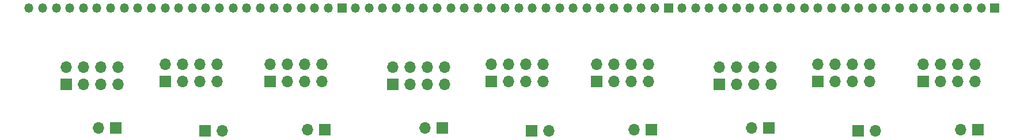
<source format=gbr>
%TF.GenerationSoftware,KiCad,Pcbnew,9.0.0*%
%TF.CreationDate,2025-09-02T16:05:32+12:00*%
%TF.ProjectId,conversion board,636f6e76-6572-4736-996f-6e20626f6172,rev?*%
%TF.SameCoordinates,Original*%
%TF.FileFunction,Soldermask,Top*%
%TF.FilePolarity,Negative*%
%FSLAX46Y46*%
G04 Gerber Fmt 4.6, Leading zero omitted, Abs format (unit mm)*
G04 Created by KiCad (PCBNEW 9.0.0) date 2025-09-02 16:05:32*
%MOMM*%
%LPD*%
G01*
G04 APERTURE LIST*
%ADD10R,1.700000X1.700000*%
%ADD11O,1.700000X1.700000*%
%ADD12R,1.350000X1.350000*%
%ADD13O,1.350000X1.350000*%
G04 APERTURE END LIST*
D10*
%TO.C,J10*%
X218500000Y-70500000D03*
D11*
X215960000Y-70500000D03*
%TD*%
%TO.C,J9*%
X218080000Y-60790000D03*
X218080000Y-63330000D03*
X215540000Y-60790000D03*
X215540000Y-63330000D03*
X213000000Y-60790000D03*
X213000000Y-63330000D03*
X210460000Y-60790000D03*
D10*
X210460000Y-63330000D03*
%TD*%
%TO.C,J11*%
X195000000Y-63330000D03*
D11*
X195000000Y-60790000D03*
X197540000Y-63330000D03*
X197540000Y-60790000D03*
X200080000Y-63330000D03*
X200080000Y-60790000D03*
X202620000Y-63330000D03*
X202620000Y-60790000D03*
%TD*%
D12*
%TO.C,J8*%
X221000000Y-52500000D03*
D13*
X219000000Y-52500000D03*
X217000000Y-52500000D03*
X215000000Y-52500000D03*
X213000000Y-52500000D03*
X211000000Y-52500000D03*
X209000000Y-52500000D03*
X207000000Y-52500000D03*
X205000000Y-52500000D03*
X203000000Y-52500000D03*
X201000000Y-52500000D03*
X199000000Y-52500000D03*
X197000000Y-52500000D03*
X195000000Y-52500000D03*
X193000000Y-52500000D03*
X191000000Y-52500000D03*
X189000000Y-52500000D03*
X187000000Y-52500000D03*
X185000000Y-52500000D03*
X183000000Y-52500000D03*
X181000000Y-52500000D03*
X179000000Y-52500000D03*
X177000000Y-52500000D03*
X175000000Y-52500000D03*
%TD*%
D11*
%TO.C,J14*%
X185235000Y-70225000D03*
D10*
X187775000Y-70225000D03*
%TD*%
D11*
%TO.C,J12*%
X188080000Y-61290000D03*
X188080000Y-63830000D03*
X185540000Y-61290000D03*
X185540000Y-63830000D03*
X183000000Y-61290000D03*
X183000000Y-63830000D03*
X180460000Y-61290000D03*
D10*
X180460000Y-63830000D03*
%TD*%
D11*
%TO.C,J13*%
X203460000Y-70665000D03*
D10*
X200920000Y-70665000D03*
%TD*%
D12*
%TO.C,J15*%
X173000000Y-52500000D03*
D13*
X171000000Y-52500000D03*
X169000000Y-52500000D03*
X167000000Y-52500000D03*
X165000000Y-52500000D03*
X163000000Y-52500000D03*
X161000000Y-52500000D03*
X159000000Y-52500000D03*
X157000000Y-52500000D03*
X155000000Y-52500000D03*
X153000000Y-52500000D03*
X151000000Y-52500000D03*
X149000000Y-52500000D03*
X147000000Y-52500000D03*
X145000000Y-52500000D03*
X143000000Y-52500000D03*
X141000000Y-52500000D03*
X139000000Y-52500000D03*
X137000000Y-52500000D03*
X135000000Y-52500000D03*
X133000000Y-52500000D03*
X131000000Y-52500000D03*
X129000000Y-52500000D03*
X127000000Y-52500000D03*
%TD*%
D10*
%TO.C,J16*%
X162460000Y-63330000D03*
D11*
X162460000Y-60790000D03*
X165000000Y-63330000D03*
X165000000Y-60790000D03*
X167540000Y-63330000D03*
X167540000Y-60790000D03*
X170080000Y-63330000D03*
X170080000Y-60790000D03*
%TD*%
D10*
%TO.C,J18*%
X147000000Y-63330000D03*
D11*
X147000000Y-60790000D03*
X149540000Y-63330000D03*
X149540000Y-60790000D03*
X152080000Y-63330000D03*
X152080000Y-60790000D03*
X154620000Y-63330000D03*
X154620000Y-60790000D03*
%TD*%
D10*
%TO.C,J17*%
X170500000Y-70500000D03*
D11*
X167960000Y-70500000D03*
%TD*%
D10*
%TO.C,J20*%
X152920000Y-70665000D03*
D11*
X155460000Y-70665000D03*
%TD*%
D10*
%TO.C,J3*%
X99000000Y-63330000D03*
D11*
X99000000Y-60790000D03*
X101540000Y-63330000D03*
X101540000Y-60790000D03*
X104080000Y-63330000D03*
X104080000Y-60790000D03*
X106620000Y-63330000D03*
X106620000Y-60790000D03*
%TD*%
D10*
%TO.C,J5*%
X122500000Y-70500000D03*
D11*
X119960000Y-70500000D03*
%TD*%
D10*
%TO.C,J6*%
X91775000Y-70225000D03*
D11*
X89235000Y-70225000D03*
%TD*%
D10*
%TO.C,J4*%
X84460000Y-63830000D03*
D11*
X84460000Y-61290000D03*
X87000000Y-63830000D03*
X87000000Y-61290000D03*
X89540000Y-63830000D03*
X89540000Y-61290000D03*
X92080000Y-63830000D03*
X92080000Y-61290000D03*
%TD*%
D10*
%TO.C,J2*%
X114460000Y-63330000D03*
D11*
X114460000Y-60790000D03*
X117000000Y-63330000D03*
X117000000Y-60790000D03*
X119540000Y-63330000D03*
X119540000Y-60790000D03*
X122080000Y-63330000D03*
X122080000Y-60790000D03*
%TD*%
D12*
%TO.C,J1*%
X125000000Y-52500000D03*
D13*
X123000000Y-52500000D03*
X121000000Y-52500000D03*
X119000000Y-52500000D03*
X117000000Y-52500000D03*
X115000000Y-52500000D03*
X113000000Y-52500000D03*
X111000000Y-52500000D03*
X109000000Y-52500000D03*
X107000000Y-52500000D03*
X105000000Y-52500000D03*
X103000000Y-52500000D03*
X101000000Y-52500000D03*
X99000000Y-52500000D03*
X97000000Y-52500000D03*
X95000000Y-52500000D03*
X93000000Y-52500000D03*
X91000000Y-52500000D03*
X89000000Y-52500000D03*
X87000000Y-52500000D03*
X85000000Y-52500000D03*
X83000000Y-52500000D03*
X81000000Y-52500000D03*
X79000000Y-52500000D03*
%TD*%
D11*
%TO.C,J7*%
X107460000Y-70665000D03*
D10*
X104920000Y-70665000D03*
%TD*%
%TO.C,J19*%
X132460000Y-63830000D03*
D11*
X132460000Y-61290000D03*
X135000000Y-63830000D03*
X135000000Y-61290000D03*
X137540000Y-63830000D03*
X137540000Y-61290000D03*
X140080000Y-63830000D03*
X140080000Y-61290000D03*
%TD*%
D10*
%TO.C,J21*%
X139775000Y-70225000D03*
D11*
X137235000Y-70225000D03*
%TD*%
M02*

</source>
